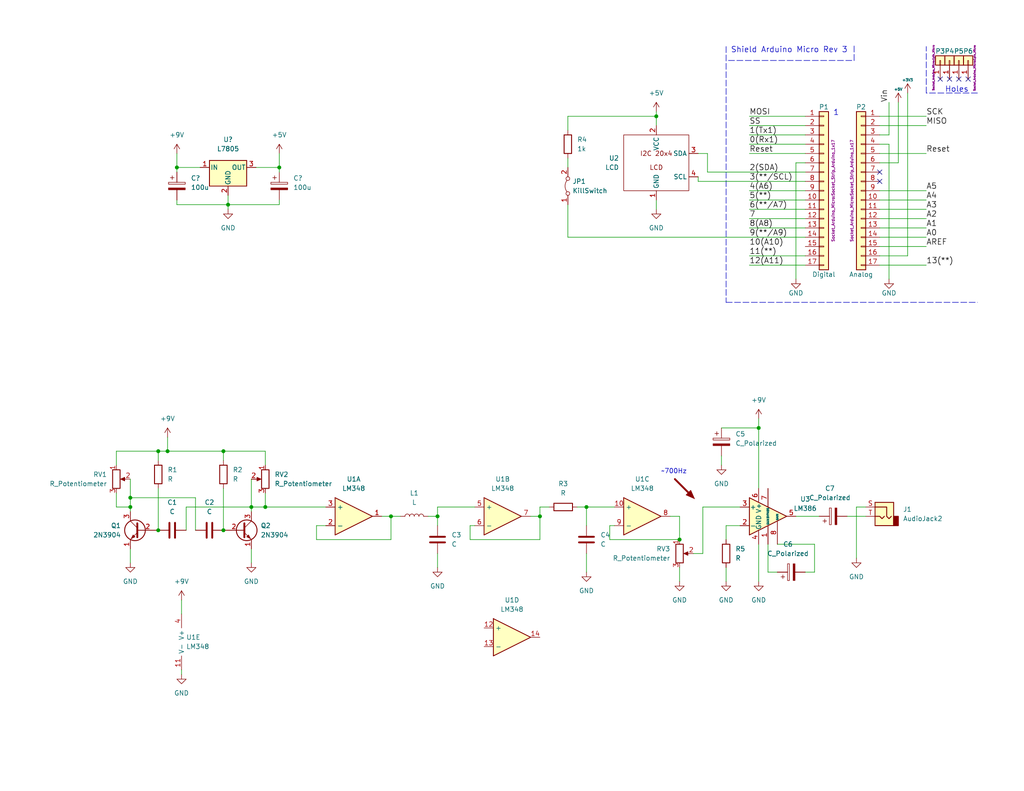
<source format=kicad_sch>
(kicad_sch (version 20211123) (generator eeschema)
  (paper "USLetter")
  (title_block (date "2023-01-12"))
  (lib_symbols
    (symbol "Amplifier_Audio:LM386" (pin_names (offset 0.127))
      (property "Reference" "U" (at 1.27 7.62 0))
      (property "Value" "LM386" (at 1.27 5.08 0))
      (symbol "LM386_0_1"
        (polyline (pts (xy 5.08 0) (xy -5.08 5.08) (xy -5.08 -5.08) (xy 5.08 0)) (stroke (width 0.254)) (fill (type background)))
      )
      (symbol "LM386_1_1"
        (pin input line (at 0 -7.62 90) (length 5.08) (name "GAIN") (number "1"))
        (pin input line (at -7.62 -2.54 0) (length 2.54) (name "-") (number "2"))
        (pin input line (at -7.62 2.54 0) (length 2.54) (name "+") (number "3"))
        (pin power_in line (at -2.54 -7.62 90) (length 3.81) (name "GND") (number "4"))
        (pin output line (at 7.62 0 180) (length 2.54) (name "~") (number "5"))
        (pin power_in line (at -2.54 7.62 270) (length 3.81) (name "V+") (number "6"))
        (pin input line (at 0 7.62 270) (length 5.08) (name "BYPASS") (number "7"))
        (pin input line (at 2.54 -7.62 90) (length 6.35) (name "GAIN") (number "8"))
      )
    )
    (symbol "Connector:AudioJack2"
      (property "Reference" "J" (at 0 8.89 0))
      (property "Value" "AudioJack2" (at 0 6.35 0))
      (symbol "AudioJack2_0_1"
        (rectangle (start -3.81 0) (end -2.54 -2.54) (stroke (width 0.254)) (fill (type outline)))
        (rectangle (start -2.54 3.81) (end 2.54 -2.54) (stroke (width 0.254)) (fill (type background)))
        (polyline (pts (xy 0 0) (xy 0.635 -0.635) (xy 1.27 0) (xy 2.54 0)) (stroke (width 0.254)))
        (polyline (pts (xy 2.54 2.54) (xy -0.635 2.54) (xy -0.635 0) (xy -1.27 -0.635) (xy -1.905 0)) (stroke (width 0.254)))
      )
      (symbol "AudioJack2_1_1"
        (pin passive line (at 5.08 2.54 180) (length 2.54) (name "~") (number "S"))
        (pin passive line (at 5.08 0 180) (length 2.54) (name "~") (number "T"))
      )
    )
    (symbol "Connector_Generic:Conn_01x01" (pin_names (offset 1.016) hide)
      (property "Reference" "J" (at 0 2.54 0))
      (property "Value" "Conn_01x01" (at 0 -2.54 0))
      (symbol "Conn_01x01_1_1"
        (rectangle (start -1.27 0.127) (end 0 -0.127) (stroke (width 0.1524)))
        (rectangle (start -1.27 1.27) (end 1.27 -1.27) (stroke (width 0.254)) (fill (type background)))
        (pin passive line (at -5.08 0 0) (length 3.81) (name "Pin_1") (number "1"))
      )
    )
    (symbol "Connector_Generic:Conn_01x17" (pin_names (offset 1.016) hide)
      (property "Reference" "J" (at 0 22.86 0))
      (property "Value" "Conn_01x17" (at 0 -22.86 0))
      (symbol "Conn_01x17_1_1"
        (rectangle (start -1.27 -20.193) (end 0 -20.447) (stroke (width 0.1524)))
        (rectangle (start -1.27 -17.653) (end 0 -17.907) (stroke (width 0.1524)))
        (rectangle (start -1.27 -15.113) (end 0 -15.367) (stroke (width 0.1524)))
        (rectangle (start -1.27 -12.573) (end 0 -12.827) (stroke (width 0.1524)))
        (rectangle (start -1.27 -10.033) (end 0 -10.287) (stroke (width 0.1524)))
        (rectangle (start -1.27 -7.493) (end 0 -7.747) (stroke (width 0.1524)))
        (rectangle (start -1.27 -4.953) (end 0 -5.207) (stroke (width 0.1524)))
        (rectangle (start -1.27 -2.413) (end 0 -2.667) (stroke (width 0.1524)))
        (rectangle (start -1.27 0.127) (end 0 -0.127) (stroke (width 0.1524)))
        (rectangle (start -1.27 2.667) (end 0 2.413) (stroke (width 0.1524)))
        (rectangle (start -1.27 5.207) (end 0 4.953) (stroke (width 0.1524)))
        (rectangle (start -1.27 7.747) (end 0 7.493) (stroke (width 0.1524)))
        (rectangle (start -1.27 10.287) (end 0 10.033) (stroke (width 0.1524)))
        (rectangle (start -1.27 12.827) (end 0 12.573) (stroke (width 0.1524)))
        (rectangle (start -1.27 15.367) (end 0 15.113) (stroke (width 0.1524)))
        (rectangle (start -1.27 17.907) (end 0 17.653) (stroke (width 0.1524)))
        (rectangle (start -1.27 20.447) (end 0 20.193) (stroke (width 0.1524)))
        (rectangle (start -1.27 21.59) (end 1.27 -21.59) (stroke (width 0.254)) (fill (type background)))
        (pin passive line (at -5.08 20.32 0) (length 3.81) (name "Pin_1") (number "1"))
        (pin passive line (at -5.08 -2.54 0) (length 3.81) (name "Pin_10") (number "10"))
        (pin passive line (at -5.08 -5.08 0) (length 3.81) (name "Pin_11") (number "11"))
        (pin passive line (at -5.08 -7.62 0) (length 3.81) (name "Pin_12") (number "12"))
        (pin passive line (at -5.08 -10.16 0) (length 3.81) (name "Pin_13") (number "13"))
        (pin passive line (at -5.08 -12.7 0) (length 3.81) (name "Pin_14") (number "14"))
        (pin passive line (at -5.08 -15.24 0) (length 3.81) (name "Pin_15") (number "15"))
        (pin passive line (at -5.08 -17.78 0) (length 3.81) (name "Pin_16") (number "16"))
        (pin passive line (at -5.08 -20.32 0) (length 3.81) (name "Pin_17") (number "17"))
        (pin passive line (at -5.08 17.78 0) (length 3.81) (name "Pin_2") (number "2"))
        (pin passive line (at -5.08 15.24 0) (length 3.81) (name "Pin_3") (number "3"))
        (pin passive line (at -5.08 12.7 0) (length 3.81) (name "Pin_4") (number "4"))
        (pin passive line (at -5.08 10.16 0) (length 3.81) (name "Pin_5") (number "5"))
        (pin passive line (at -5.08 7.62 0) (length 3.81) (name "Pin_6") (number "6"))
        (pin passive line (at -5.08 5.08 0) (length 3.81) (name "Pin_7") (number "7"))
        (pin passive line (at -5.08 2.54 0) (length 3.81) (name "Pin_8") (number "8"))
        (pin passive line (at -5.08 0 0) (length 3.81) (name "Pin_9") (number "9"))
      )
    )
    (symbol "Device:C" (pin_numbers hide) (pin_names (offset 0.254))
      (property "Reference" "C" (at 0.635 2.54 0))
      (property "Value" "C" (at 0.635 -2.54 0))
      (symbol "C_0_1"
        (polyline (pts (xy -2.032 -0.762) (xy 2.032 -0.762)) (stroke (width 0.508)))
        (polyline (pts (xy -2.032 0.762) (xy 2.032 0.762)) (stroke (width 0.508)))
      )
      (symbol "C_1_1"
        (pin passive line (at 0 3.81 270) (length 2.794) (name "~") (number "1"))
        (pin passive line (at 0 -3.81 90) (length 2.794) (name "~") (number "2"))
      )
    )
    (symbol "Device:C_Polarized" (pin_numbers hide) (pin_names (offset 0.254))
      (property "Reference" "C" (at 0.635 2.54 0))
      (property "Value" "C_Polarized" (at 0.635 -2.54 0))
      (symbol "C_Polarized_0_1"
        (rectangle (start -2.286 0.508) (end 2.286 1.016))
        (polyline (pts (xy -1.778 2.286) (xy -0.762 2.286)))
        (polyline (pts (xy -1.27 2.794) (xy -1.27 1.778)))
        (rectangle (start 2.286 -0.508) (end -2.286 -1.016) (fill (type outline)))
      )
      (symbol "C_Polarized_1_1"
        (pin passive line (at 0 3.81 270) (length 2.794) (name "~") (number "1"))
        (pin passive line (at 0 -3.81 90) (length 2.794) (name "~") (number "2"))
      )
    )
    (symbol "Device:L" (pin_numbers hide) (pin_names (offset 1.016) hide)
      (property "Reference" "L" (at -1.27 0 90))
      (property "Value" "L" (at 1.905 0 90))
      (symbol "L_0_1"
        (arc (start 0 -2.54) (mid 0.635 -1.905) (end 0 -1.27))
        (arc (start 0 -1.27) (mid 0.635 -0.635) (end 0 0))
        (arc (start 0 0) (mid 0.635 0.635) (end 0 1.27))
        (arc (start 0 1.27) (mid 0.635 1.905) (end 0 2.54))
      )
      (symbol "L_1_1"
        (pin passive line (at 0 3.81 270) (length 1.27) (name "1") (number "1"))
        (pin passive line (at 0 -3.81 90) (length 1.27) (name "2") (number "2"))
      )
    )
    (symbol "Device:Opamp_Quad"
      (property "Reference" "U" (at 0 5.08 0))
      (property "Value" "Opamp_Quad" (at 0 -5.08 0))
      (symbol "Opamp_Quad_1_1"
        (polyline (pts (xy -5.08 5.08) (xy 5.08 0) (xy -5.08 -5.08) (xy -5.08 5.08)) (stroke (width 0.254)) (fill (type background)))
        (pin output line (at 7.62 0 180) (length 2.54) (name "~") (number "1"))
        (pin input line (at -7.62 -2.54 0) (length 2.54) (name "-") (number "2"))
        (pin input line (at -7.62 2.54 0) (length 2.54) (name "+") (number "3"))
      )
      (symbol "Opamp_Quad_2_1"
        (polyline (pts (xy -5.08 5.08) (xy 5.08 0) (xy -5.08 -5.08) (xy -5.08 5.08)) (stroke (width 0.254)) (fill (type background)))
        (pin input line (at -7.62 2.54 0) (length 2.54) (name "+") (number "5"))
        (pin input line (at -7.62 -2.54 0) (length 2.54) (name "-") (number "6"))
        (pin output line (at 7.62 0 180) (length 2.54) (name "~") (number "7"))
      )
      (symbol "Opamp_Quad_3_1"
        (polyline (pts (xy -5.08 5.08) (xy 5.08 0) (xy -5.08 -5.08) (xy -5.08 5.08)) (stroke (width 0.254)) (fill (type background)))
        (pin input line (at -7.62 2.54 0) (length 2.54) (name "+") (number "10"))
        (pin output line (at 7.62 0 180) (length 2.54) (name "~") (number "8"))
        (pin input line (at -7.62 -2.54 0) (length 2.54) (name "-") (number "9"))
      )
      (symbol "Opamp_Quad_4_1"
        (polyline (pts (xy -5.08 5.08) (xy 5.08 0) (xy -5.08 -5.08) (xy -5.08 5.08)) (stroke (width 0.254)) (fill (type background)))
        (pin input line (at -7.62 2.54 0) (length 2.54) (name "+") (number "12"))
        (pin input line (at -7.62 -2.54 0) (length 2.54) (name "-") (number "13"))
        (pin output line (at 7.62 0 180) (length 2.54) (name "~") (number "14"))
      )
      (symbol "Opamp_Quad_5_1"
        (pin power_in line (at -2.54 -7.62 90) (length 3.81) (name "V-") (number "11"))
        (pin power_in line (at -2.54 7.62 270) (length 3.81) (name "V+") (number "4"))
      )
    )
    (symbol "Device:R" (pin_numbers hide) (pin_names (offset 0))
      (property "Reference" "R" (at 2.032 0 90))
      (property "Value" "R" (at 0 0 90))
      (symbol "R_0_1"
        (rectangle (start -1.016 -2.54) (end 1.016 2.54) (stroke (width 0.254)))
      )
      (symbol "R_1_1"
        (pin passive line (at 0 3.81 270) (length 1.27) (name "~") (number "1"))
        (pin passive line (at 0 -3.81 90) (length 1.27) (name "~") (number "2"))
      )
    )
    (symbol "Device:R_Potentiometer" (pin_names (offset 1.016) hide)
      (property "Reference" "RV" (at -4.445 0 90))
      (property "Value" "R_Potentiometer" (at -2.54 0 90))
      (symbol "R_Potentiometer_0_1"
        (polyline (pts (xy 2.54 0) (xy 1.524 0)))
        (polyline (pts (xy 1.143 0) (xy 2.286 0.508) (xy 2.286 -0.508) (xy 1.143 0)) (fill (type outline)))
        (rectangle (start 1.016 2.54) (end -1.016 -2.54) (stroke (width 0.254)))
      )
      (symbol "R_Potentiometer_1_1"
        (pin passive line (at 0 3.81 270) (length 1.27) (name "1") (number "1"))
        (pin passive line (at 3.81 0 180) (length 1.27) (name "2") (number "2"))
        (pin passive line (at 0 -3.81 90) (length 1.27) (name "3") (number "3"))
      )
    )
    (symbol "Graphic:SYM_Arrow45_Large" (pin_names (offset 1.016))
      (symbol "SYM_Arrow45_Large_0_1"
        (polyline (pts (xy -2.54 2.54) (xy 2.286 -2.286)) (stroke (width 0.508)))
        (polyline (pts (xy 2.794 -2.794) (xy 0.508 -1.778) (xy 1.778 -0.508) (xy 2.794 -2.794)) (fill (type outline)))
      )
    )
    (symbol "Jumper:Jumper_2_Bridged" (pin_names (offset 0) hide)
      (property "Reference" "JP" (at 0 1.905 0))
      (property "Value" "Jumper_2_Bridged" (at 0 -2.54 0))
      (symbol "Jumper_2_Bridged_0_0"
        (circle (center -2.032 0) (radius 0.508))
        (circle (center 2.032 0) (radius 0.508))
      )
      (symbol "Jumper_2_Bridged_0_1"
        (arc (start 1.524 0.254) (mid 0 0.762) (end -1.524 0.254))
      )
      (symbol "Jumper_2_Bridged_1_1"
        (pin passive line (at -5.08 0 0) (length 2.54) (name "A") (number "1"))
        (pin passive line (at 5.08 0 180) (length 2.54) (name "B") (number "2"))
      )
    )
    (symbol "Regulator_Linear:L7805" (pin_names (offset 0.254))
      (property "Reference" "U" (at -3.81 3.175 0))
      (property "Value" "L7805" (at 0 3.175 0))
      (symbol "L7805_0_1"
        (rectangle (start -5.08 1.905) (end 5.08 -5.08) (stroke (width 0.254)) (fill (type background)))
      )
      (symbol "L7805_1_1"
        (pin power_in line (at -7.62 0 0) (length 2.54) (name "IN") (number "1"))
        (pin power_in line (at 0 -7.62 90) (length 2.54) (name "GND") (number "2"))
        (pin power_out line (at 7.62 0 180) (length 2.54) (name "OUT") (number "3"))
      )
    )
    (symbol "Transistor_BJT:2N3904" (pin_names (offset 0) hide)
      (property "Reference" "Q" (at 5.08 1.905 0))
      (property "Value" "2N3904" (at 5.08 0 0))
      (symbol "2N3904_0_1"
        (polyline (pts (xy 0.635 0.635) (xy 2.54 2.54)))
        (polyline (pts (xy 0.635 -0.635) (xy 2.54 -2.54) (xy 2.54 -2.54)))
        (polyline (pts (xy 0.635 1.905) (xy 0.635 -1.905) (xy 0.635 -1.905)) (stroke (width 0.508)))
        (polyline (pts (xy 1.27 -1.778) (xy 1.778 -1.27) (xy 2.286 -2.286) (xy 1.27 -1.778) (xy 1.27 -1.778)) (fill (type outline)))
        (circle (center 1.27 0) (radius 2.8194) (stroke (width 0.254)))
      )
      (symbol "2N3904_1_1"
        (pin passive line (at 2.54 -5.08 90) (length 2.54) (name "E") (number "1"))
        (pin passive line (at -5.08 0 0) (length 5.715) (name "B") (number "2"))
        (pin passive line (at 2.54 5.08 270) (length 2.54) (name "C") (number "3"))
      )
    )
    (symbol "morse:LCD"
      (property "Reference" "U" (at 0 0 0))
      (property "Value" "LCD" (at 0 6.35 0))
      (symbol "LCD_0_0"
        (rectangle (start -8.89 8.89) (end 8.89 -6.35))
        (text "I2C 20x4" (at 0 3.81 0) (effects (font (size 1.27 1.27))))
        (text "LCD" (at 0 0 0) (effects (font (size 1.27 1.27))))
      )
      (symbol "LCD_1_1"
        (pin bidirectional line (at 0 -8.89 90) (length 2.54) (name "GND") (number "1"))
        (pin bidirectional line (at 0 11.43 270) (length 2.54) (name "VCC") (number "2"))
        (pin bidirectional line (at 11.43 3.81 180) (length 2.54) (name "SDA") (number "3"))
        (pin bidirectional line (at 11.43 -2.54 180) (length 2.54) (name "SCL") (number "4"))
      )
    )
    (symbol "power:+3V3" (power) (pin_names (offset 0))
      (property "Value" "+3V3" (at 0 3.556 0))
      (symbol "+3V3_0_1"
        (polyline (pts (xy -0.762 1.27) (xy 0 2.54)))
        (polyline (pts (xy 0 0) (xy 0 2.54)))
        (polyline (pts (xy 0 2.54) (xy 0.762 1.27)))
      )
      (symbol "+3V3_1_1"
        (pin power_in line (at 0 0 90) (length 0) hide (name "+3V3") (number "1"))
      )
    )
    (symbol "power:+5V" (power) (pin_names (offset 0))
      (property "Value" "+5V" (at 0 3.556 0))
      (symbol "+5V_0_1"
        (polyline (pts (xy -0.762 1.27) (xy 0 2.54)))
        (polyline (pts (xy 0 0) (xy 0 2.54)))
        (polyline (pts (xy 0 2.54) (xy 0.762 1.27)))
      )
      (symbol "+5V_1_1"
        (pin power_in line (at 0 0 90) (length 0) hide (name "+5V") (number "1"))
      )
    )
    (symbol "power:+9V" (power) (pin_names (offset 0))
      (property "Value" "+9V" (at 0 3.556 0))
      (symbol "+9V_0_1"
        (polyline (pts (xy -0.762 1.27) (xy 0 2.54)))
        (polyline (pts (xy 0 0) (xy 0 2.54)))
        (polyline (pts (xy 0 2.54) (xy 0.762 1.27)))
      )
      (symbol "+9V_1_1"
        (pin power_in line (at 0 0 90) (length 0) hide (name "+9V") (number "1"))
      )
    )
    (symbol "power:GND" (power) (pin_names (offset 0))
      (property "Value" "GND" (at 0 -3.81 0))
      (symbol "GND_0_1"
        (polyline (pts (xy 0 0) (xy 0 -1.27) (xy 1.27 -1.27) (xy 0 -2.54) (xy -1.27 -1.27) (xy 0 -1.27)))
      )
      (symbol "GND_1_1"
        (pin power_in line (at 0 0 270) (length 0) hide (name "GND") (number "1"))
      )
    )
  )
  (junction (at 45.72 123.19))
  (junction (at 185.42 147.32))
  (junction (at 48.26 45.72))
  (junction (at 43.18 123.19))
  (junction (at 160.02 138.43))
  (junction (at 119.38 140.97))
  (junction (at 62.23 55.88))
  (junction (at 35.56 135.89))
  (junction (at 68.58 138.43))
  (junction (at 147.32 140.97))
  (junction (at 72.39 138.43))
  (junction (at 43.18 144.78))
  (junction (at 35.56 138.43))
  (junction (at 76.2 45.72))
  (junction (at 60.96 123.19))
  (junction (at 179.07 31.75))
  (junction (at 207.01 116.84))
  (junction (at 60.96 144.78))
  (junction (at 106.68 140.97))
  (no_connect (at 240.03 46.99))
  (no_connect (at 259.08 21.59))
  (no_connect (at 261.62 21.59))
  (no_connect (at 256.54 21.59))
  (no_connect (at 240.03 49.53))
  (no_connect (at 264.16 21.59))
  (wire (pts (xy 48.26 45.72) (xy 54.61 45.72)))
  (wire (pts (xy 247.65 25.4) (xy 247.65 69.85)))
  (wire (pts (xy 252.73 64.77) (xy 240.03 64.77)))
  (wire (pts (xy 204.47 54.61) (xy 219.71 54.61)))
  (wire (pts (xy 231.14 140.97) (xy 236.22 140.97)))
  (wire (pts (xy 240.03 54.61) (xy 252.73 54.61)))
  (wire (pts (xy 252.73 72.39) (xy 240.03 72.39)))
  (wire (pts (xy 48.26 45.72) (xy 48.26 46.99)))
  (wire (pts (xy 207.01 116.84) (xy 207.01 133.35)))
  (wire (pts (xy 222.25 156.21) (xy 222.25 148.59)))
  (wire (pts (xy 167.64 143.51) (xy 166.37 143.51)))
  (wire (pts (xy 185.42 147.32) (xy 185.42 140.97)))
  (wire (pts (xy 242.57 36.83) (xy 242.57 27.94)))
  (wire (pts (xy 119.38 140.97) (xy 119.38 138.43)))
  (wire (pts (xy 189.23 151.13) (xy 191.77 151.13)))
  (wire (pts (xy 86.36 143.51) (xy 86.36 147.32)))
  (wire (pts (xy 242.57 39.37) (xy 242.57 76.2)))
  (wire (pts (xy 147.32 147.32) (xy 147.32 140.97)))
  (wire (pts (xy 35.56 139.7) (xy 35.56 138.43)))
  (wire (pts (xy 147.32 138.43) (xy 149.86 138.43)))
  (wire (pts (xy 31.75 123.19) (xy 43.18 123.19)))
  (wire (pts (xy 240.03 44.45) (xy 245.11 44.45)))
  (wire (pts (xy 72.39 123.19) (xy 72.39 127)))
  (wire (pts (xy 60.96 133.35) (xy 60.96 144.78)))
  (wire (pts (xy 198.12 143.51) (xy 201.93 143.51)))
  (wire (pts (xy 68.58 138.43) (xy 68.58 130.81)))
  (wire (pts (xy 106.68 147.32) (xy 106.68 140.97)))
  (polyline (pts (xy 252.73 25.4) (xy 252.73 12.7)) (stroke (width 0) (type dash)))
  (wire (pts (xy 43.18 123.19) (xy 45.72 123.19)))
  (wire (pts (xy 204.47 36.83) (xy 219.71 36.83)))
  (wire (pts (xy 252.73 31.75) (xy 240.03 31.75)))
  (wire (pts (xy 245.11 44.45) (xy 245.11 27.94)))
  (wire (pts (xy 154.94 31.75) (xy 179.07 31.75)))
  (wire (pts (xy 166.37 147.32) (xy 185.42 147.32)))
  (wire (pts (xy 49.53 182.88) (xy 49.53 184.15)))
  (wire (pts (xy 219.71 49.53) (xy 190.5 49.53)))
  (wire (pts (xy 179.07 31.75) (xy 179.07 34.29)))
  (wire (pts (xy 240.03 36.83) (xy 242.57 36.83)))
  (wire (pts (xy 35.56 149.86) (xy 35.56 153.67)))
  (wire (pts (xy 179.07 54.61) (xy 179.07 57.15)))
  (wire (pts (xy 76.2 41.91) (xy 76.2 45.72)))
  (wire (pts (xy 233.68 138.43) (xy 233.68 152.4)))
  (wire (pts (xy 154.94 64.77) (xy 154.94 55.88)))
  (wire (pts (xy 50.8 144.78) (xy 50.8 138.43)))
  (wire (pts (xy 193.04 41.91) (xy 193.04 46.99)))
  (wire (pts (xy 62.23 55.88) (xy 62.23 57.15)))
  (wire (pts (xy 209.55 148.59) (xy 209.55 156.21)))
  (wire (pts (xy 76.2 45.72) (xy 76.2 46.99)))
  (wire (pts (xy 86.36 147.32) (xy 106.68 147.32)))
  (wire (pts (xy 196.85 116.84) (xy 207.01 116.84)))
  (wire (pts (xy 240.03 62.23) (xy 252.73 62.23)))
  (wire (pts (xy 179.07 30.48) (xy 179.07 31.75)))
  (wire (pts (xy 191.77 138.43) (xy 201.93 138.43)))
  (wire (pts (xy 166.37 143.51) (xy 166.37 147.32)))
  (wire (pts (xy 219.71 44.45) (xy 217.17 44.45)))
  (wire (pts (xy 247.65 69.85) (xy 240.03 69.85)))
  (wire (pts (xy 207.01 114.3) (xy 207.01 116.84)))
  (wire (pts (xy 69.85 45.72) (xy 76.2 45.72)))
  (wire (pts (xy 72.39 138.43) (xy 72.39 134.62)))
  (polyline (pts (xy 233.045 16.51) (xy 233.045 12.065)) (stroke (width 0) (type dash)))
  (wire (pts (xy 252.73 41.91) (xy 240.03 41.91)))
  (wire (pts (xy 43.18 123.19) (xy 43.18 125.73)))
  (wire (pts (xy 43.18 133.35) (xy 43.18 144.78)))
  (wire (pts (xy 119.38 151.13) (xy 119.38 154.94)))
  (wire (pts (xy 193.04 46.99) (xy 219.71 46.99)))
  (wire (pts (xy 154.94 35.56) (xy 154.94 31.75)))
  (wire (pts (xy 76.2 55.88) (xy 76.2 54.61)))
  (wire (pts (xy 68.58 149.86) (xy 68.58 153.67)))
  (wire (pts (xy 204.47 59.69) (xy 219.71 59.69)))
  (wire (pts (xy 240.03 39.37) (xy 242.57 39.37)))
  (wire (pts (xy 160.02 151.13) (xy 160.02 156.21)))
  (wire (pts (xy 62.23 55.88) (xy 76.2 55.88)))
  (wire (pts (xy 119.38 140.97) (xy 119.38 143.51)))
  (wire (pts (xy 252.73 57.15) (xy 240.03 57.15)))
  (wire (pts (xy 190.5 49.53) (xy 190.5 48.26)))
  (wire (pts (xy 204.47 52.07) (xy 219.71 52.07)))
  (wire (pts (xy 204.47 72.39) (xy 219.71 72.39)))
  (wire (pts (xy 31.75 134.62) (xy 31.75 138.43)))
  (wire (pts (xy 217.17 44.45) (xy 217.17 76.2)))
  (wire (pts (xy 198.12 154.94) (xy 198.12 158.75)))
  (wire (pts (xy 60.96 123.19) (xy 60.96 125.73)))
  (wire (pts (xy 88.9 143.51) (xy 86.36 143.51)))
  (polyline (pts (xy 198.12 82.55) (xy 266.7 82.55)) (stroke (width 0) (type dash)))
  (wire (pts (xy 106.68 140.97) (xy 109.22 140.97)))
  (wire (pts (xy 129.54 143.51) (xy 128.27 143.51)))
  (wire (pts (xy 240.03 67.31) (xy 252.73 67.31)))
  (wire (pts (xy 48.26 54.61) (xy 48.26 55.88)))
  (wire (pts (xy 204.47 62.23) (xy 219.71 62.23)))
  (wire (pts (xy 49.53 163.83) (xy 49.53 167.64)))
  (wire (pts (xy 45.72 119.38) (xy 45.72 123.19)))
  (polyline (pts (xy 198.755 16.51) (xy 233.045 16.51)) (stroke (width 0) (type dash)))
  (wire (pts (xy 157.48 138.43) (xy 160.02 138.43)))
  (wire (pts (xy 128.27 143.51) (xy 128.27 147.32)))
  (wire (pts (xy 147.32 140.97) (xy 144.78 140.97)))
  (wire (pts (xy 160.02 138.43) (xy 167.64 138.43)))
  (wire (pts (xy 191.77 151.13) (xy 191.77 138.43)))
  (wire (pts (xy 204.47 69.85) (xy 219.71 69.85)))
  (wire (pts (xy 35.56 138.43) (xy 35.56 135.89)))
  (wire (pts (xy 35.56 130.81) (xy 35.56 135.89)))
  (wire (pts (xy 190.5 41.91) (xy 193.04 41.91)))
  (wire (pts (xy 35.56 135.89) (xy 53.34 135.89)))
  (wire (pts (xy 240.03 34.29) (xy 252.73 34.29)))
  (wire (pts (xy 185.42 154.94) (xy 185.42 158.75)))
  (wire (pts (xy 68.58 139.7) (xy 68.58 138.43)))
  (wire (pts (xy 68.58 138.43) (xy 72.39 138.43)))
  (wire (pts (xy 106.68 140.97) (xy 104.14 140.97)))
  (wire (pts (xy 207.01 148.59) (xy 207.01 158.75)))
  (wire (pts (xy 154.94 43.18) (xy 154.94 45.72)))
  (wire (pts (xy 196.85 124.46) (xy 196.85 127)))
  (wire (pts (xy 31.75 127) (xy 31.75 123.19)))
  (wire (pts (xy 204.47 31.75) (xy 219.71 31.75)))
  (wire (pts (xy 154.94 64.77) (xy 219.71 64.77)))
  (wire (pts (xy 116.84 140.97) (xy 119.38 140.97)))
  (polyline (pts (xy 266.7 25.4) (xy 252.73 25.4)) (stroke (width 0) (type dash)))
  (wire (pts (xy 198.12 147.32) (xy 198.12 143.51)))
  (wire (pts (xy 31.75 138.43) (xy 35.56 138.43)))
  (wire (pts (xy 204.47 34.29) (xy 219.71 34.29)))
  (wire (pts (xy 185.42 140.97) (xy 182.88 140.97)))
  (wire (pts (xy 204.47 41.91) (xy 219.71 41.91)))
  (wire (pts (xy 209.55 156.21) (xy 212.09 156.21)))
  (wire (pts (xy 62.23 53.34) (xy 62.23 55.88)))
  (wire (pts (xy 204.47 57.15) (xy 219.71 57.15)))
  (wire (pts (xy 222.25 148.59) (xy 212.09 148.59)))
  (wire (pts (xy 48.26 55.88) (xy 62.23 55.88)))
  (wire (pts (xy 50.8 138.43) (xy 68.58 138.43)))
  (wire (pts (xy 60.96 123.19) (xy 72.39 123.19)))
  (wire (pts (xy 219.71 156.21) (xy 222.25 156.21)))
  (wire (pts (xy 217.17 140.97) (xy 223.52 140.97)))
  (wire (pts (xy 147.32 140.97) (xy 147.32 138.43)))
  (wire (pts (xy 252.73 59.69) (xy 240.03 59.69)))
  (wire (pts (xy 160.02 138.43) (xy 160.02 143.51)))
  (wire (pts (xy 204.47 39.37) (xy 219.71 39.37)))
  (wire (pts (xy 236.22 138.43) (xy 233.68 138.43)))
  (polyline (pts (xy 198.12 12.7) (xy 198.12 82.55)) (stroke (width 0) (type dash)))
  (wire (pts (xy 48.26 41.91) (xy 48.26 45.72)))
  (wire (pts (xy 252.73 52.07) (xy 240.03 52.07)))
  (wire (pts (xy 45.72 123.19) (xy 60.96 123.19)))
  (wire (pts (xy 119.38 138.43) (xy 129.54 138.43)))
  (wire (pts (xy 128.27 147.32) (xy 147.32 147.32)))
  (wire (pts (xy 53.34 135.89) (xy 53.34 144.78)))
  (wire (pts (xy 72.39 138.43) (xy 88.9 138.43)))
  (text "1" (at 227.33 31.75 0) (effects (font (size 1.524 1.524)) (justify left bottom)))
  (text "Holes" (at 257.81 25.4 0) (effects (font (size 1.524 1.524)) (justify left bottom)))
  (text "Shield Arduino Micro Rev 3" (at 199.39 14.605 0) (effects (font (size 1.524 1.524)) (justify left bottom)))
  (text "~700Hz" (at 180.34 129.54 0) (effects (font (size 1.27 1.27)) (justify left bottom)))
  (label "4(A6)" (at 204.47 52.07 0) (effects (font (size 1.524 1.524))))
  (label "MISO" (at 252.73 34.29 0) (effects (font (size 1.524 1.524))))
  (label "MOSI" (at 204.47 31.75 0) (effects (font (size 1.524 1.524))))
  (label "10(A10)" (at 204.47 67.31 0) (effects (font (size 1.524 1.524))))
  (label "12(A11)" (at 204.47 72.39 0) (effects (font (size 1.524 1.524))))
  (label "Vin" (at 242.57 27.94 90) (effects (font (size 1.524 1.524))))
  (label "7" (at 204.47 59.69 0) (effects (font (size 1.524 1.524))))
  (label "0(Rx1)" (at 204.47 39.37 0) (effects (font (size 1.524 1.524))))
  (label "AREF" (at 252.73 67.31 0) (effects (font (size 1.524 1.524))))
  (label "SCK" (at 252.73 31.75 0) (effects (font (size 1.524 1.524))))
  (label "1(Tx1)" (at 204.47 36.83 0) (effects (font (size 1.524 1.524))))
  (label "A1" (at 252.73 62.23 0) (effects (font (size 1.524 1.524))))
  (label "13(**)" (at 252.73 72.39 0) (effects (font (size 1.524 1.524))))
  (label "A2" (at 252.73 59.69 0) (effects (font (size 1.524 1.524))))
  (label "Reset" (at 204.47 41.91 0) (effects (font (size 1.524 1.524))))
  (label "9(**/A9)" (at 204.47 64.77 0) (effects (font (size 1.524 1.524))))
  (label "3(**/SCL)" (at 204.47 49.53 0) (effects (font (size 1.524 1.524))))
  (label "8(A8)" (at 204.47 62.23 0) (effects (font (size 1.524 1.524))))
  (label "A5" (at 252.73 52.07 0) (effects (font (size 1.524 1.524))))
  (label "2(SDA)" (at 204.47 46.99 0) (effects (font (size 1.524 1.524))))
  (label "11(**)" (at 204.47 69.85 0) (effects (font (size 1.524 1.524))))
  (label "A0" (at 252.73 64.77 0) (effects (font (size 1.524 1.524))))
  (label "A3" (at 252.73 57.15 0) (effects (font (size 1.524 1.524))))
  (label "A4" (at 252.73 54.61 0) (effects (font (size 1.524 1.524))))
  (label "SS" (at 204.47 34.29 0) (effects (font (size 1.524 1.524))))
  (label "5(**)" (at 204.47 54.61 0) (effects (font (size 1.524 1.524))))
  (label "6(**/A7)" (at 204.47 57.15 0) (effects (font (size 1.524 1.524))))
  (label "Reset" (at 252.73 41.91 0) (effects (font (size 1.524 1.524))))
  (symbol (lib_id "Connector_Generic:Conn_01x17") (at 224.79 52.07 0) (unit 1)
    (property "Reference" "P1" (at 224.79 29.21 0))
    (property "Value" "Digital" (at 224.79 74.93 0))
    (property "Footprint" "Socket_Arduino_Micro:Socket_Strip_Arduino_1x17" (at 227.33 52.07 90) (effects (font (size 0.762 0.762))))
  )
  (symbol (lib_id "Connector_Generic:Conn_01x17") (at 234.95 52.07 0) (mirror y) (unit 1)
    (property "Reference" "P2" (at 234.95 29.21 0))
    (property "Value" "Analog" (at 234.95 74.93 0))
    (property "Footprint" "Socket_Arduino_Micro:Socket_Strip_Arduino_1x17" (at 232.41 52.07 90) (effects (font (size 0.762 0.762))))
  )
  (symbol (lib_id "power:GND") (at 217.17 76.2 0) (unit 1)
    (property "Reference" "#PWR01" (effects hide))
    (property "Value" "GND" (at 217.17 80.01 0))
  )
  (symbol (lib_id "power:+5V") (at 245.11 27.94 0) (unit 1)
    (property "Reference" "#PWR02" (effects hide))
    (property "Value" "+5V" (at 245.11 24.384 0) (effects (font (size 0.7112 0.7112))))
  )
  (symbol (lib_id "power:GND") (at 242.57 76.2 0) (unit 1)
    (property "Reference" "#PWR03" (effects hide))
    (property "Value" "GND" (at 242.57 80.01 0))
  )
  (symbol (lib_id "power:+3V3") (at 247.65 25.4 0) (unit 1)
    (property "Reference" "#PWR04" (effects hide))
    (property "Value" "+3.3V" (at 247.65 21.844 0) (effects (font (size 0.7112 0.7112))))
  )
  (symbol (lib_id "Connector_Generic:Conn_01x01") (at 256.54 16.51 90) (unit 1)
    (property "Reference" "P3" (at 256.54 13.97 90))
    (property "Value" "CONN_01X01" (effects hide))
    (property "Footprint" "Socket_Arduino_Micro:1pin_Micro" (at 254.7112 18.4912 0) (effects (font (size 0.508 0.508))))
  )
  (symbol (lib_id "Connector_Generic:Conn_01x01") (at 259.08 16.51 90) (unit 1)
    (property "Reference" "P4" (at 259.08 13.97 90))
    (property "Value" "CONN_01X01" (effects hide))
    (property "Footprint" "Socket_Arduino_Micro:1pin_Micro" (effects hide))
  )
  (symbol (lib_id "Connector_Generic:Conn_01x01") (at 261.62 16.51 90) (unit 1)
    (property "Reference" "P5" (at 261.62 13.97 90))
    (property "Value" "CONN_01X01" (effects hide))
    (property "Footprint" "Socket_Arduino_Micro:1pin_Micro" (effects hide))
  )
  (symbol (lib_id "Connector_Generic:Conn_01x01") (at 264.16 16.51 90) (unit 1)
    (property "Reference" "P6" (at 264.16 13.97 90))
    (property "Value" "CONN_01X01" (effects hide))
    (property "Footprint" "Socket_Arduino_Micro:1pin_Micro" (at 265.9126 18.5674 0) (effects (font (size 0.508 0.508))))
  )
  (symbol (lib_id "power:+9V") (at 45.72 119.38 0) (unit 1)
    (property "Reference" "#PWR06" (effects hide))
    (property "Value" "+9V" (at 45.72 114.3 0))
  )
  (symbol (lib_id "morse:LCD") (at 179.07 45.72 0) (unit 1)
    (property "Reference" "U2" (at 168.91 43.1799 0) (effects (justify right)))
    (property "Value" "LCD" (at 168.91 45.7199 0) (effects (justify right)))
  )
  (symbol (lib_id "Jumper:Jumper_2_Bridged") (at 154.94 50.8 90) (unit 1)
    (property "Reference" "JP1" (at 156.21 49.5299 90) (effects (justify right)))
    (property "Value" "KillSwitch" (at 156.21 52.0699 90) (effects (justify right)))
  )
  (symbol (lib_id "Device:C_Polarized") (at 215.9 156.21 90) (unit 1)
    (property "Reference" "C6" (at 215.011 148.59 90))
    (property "Value" "C_Polarized" (at 215.011 151.13 90))
  )
  (symbol (lib_id "power:GND") (at 185.42 158.75 0) (unit 1)
    (property "Reference" "#PWR014" (effects hide))
    (property "Value" "GND" (at 185.42 163.83 0))
  )
  (symbol (lib_id "power:GND") (at 233.68 152.4 0) (unit 1)
    (property "Reference" "#PWR019" (effects hide))
    (property "Value" "GND" (at 233.68 157.48 0))
  )
  (symbol (lib_id "Graphic:SYM_Arrow45_Large") (at 186.69 133.35 0) (unit 1)
    (property "Reference" "#SYM1" (effects hide))
    (property "Value" "SYM_Arrow45_Large" (effects hide))
  )
  (symbol (lib_id "Transistor_BJT:2N3904") (at 38.1 144.78 0) (mirror y) (unit 1)
    (property "Reference" "Q1" (at 33.02 143.5099 0) (effects (justify left)))
    (property "Value" "2N3904" (at 33.02 146.0499 0) (effects (justify left)))
    (property "Footprint" "Package_TO_SOT_THT:TO-92_Inline" (effects hide))
    (property "Datasheet" "https://www.onsemi.com/pub/Collateral/2N3903-D.PDF" (effects hide))
  )
  (symbol (lib_id "Connector:AudioJack2") (at 241.3 140.97 0) (mirror y) (unit 1)
    (property "Reference" "J1" (at 246.38 139.0649 0) (effects (justify right)))
    (property "Value" "AudioJack2" (at 246.38 141.6049 0) (effects (justify right)))
  )
  (symbol (lib_id "Device:C_Polarized") (at 196.85 120.65 0) (unit 1)
    (property "Reference" "C5" (at 200.66 118.4909 0) (effects (justify left)))
    (property "Value" "C_Polarized" (at 200.66 121.0309 0) (effects (justify left)))
  )
  (symbol (lib_id "power:GND") (at 35.56 153.67 0) (unit 1)
    (property "Reference" "#PWR05" (effects hide))
    (property "Value" "GND" (at 35.56 158.75 0))
  )
  (symbol (lib_id "Device:C_Polarized") (at 76.2 50.8 0) (unit 1)
    (property "Reference" "C?" (at 80.01 48.6409 0) (effects (justify left)))
    (property "Value" "100u" (at 80.01 51.1809 0) (effects (justify left)))
  )
  (symbol (lib_id "Device:R") (at 153.67 138.43 90) (unit 1)
    (property "Reference" "R3" (at 153.67 132.08 90))
    (property "Value" "R" (at 153.67 134.62 90))
  )
  (symbol (lib_id "Device:Opamp_Quad") (at 137.16 140.97 0) (unit 2)
    (property "Reference" "U1" (at 137.16 130.81 0))
    (property "Value" "LM348" (at 137.16 133.35 0))
  )
  (symbol (lib_id "power:+9V") (at 48.26 41.91 0) (unit 1)
    (property "Reference" "#PWR?" (effects hide))
    (property "Value" "+9V" (at 48.26 36.83 0))
  )
  (symbol (lib_id "Regulator_Linear:L7805") (at 62.23 45.72 0) (unit 1)
    (property "Reference" "U?" (at 62.23 38.1 0))
    (property "Value" "L7805" (at 62.23 40.64 0))
    (property "Datasheet" "http://www.st.com/content/ccc/resource/technical/document/datasheet/41/4f/b3/b0/12/d4/47/88/CD00000444.pdf/files/CD00000444.pdf/jcr:content/translations/en.CD00000444.pdf" (effects hide))
  )
  (symbol (lib_id "Device:Opamp_Quad") (at 96.52 140.97 0) (unit 1)
    (property "Reference" "U1" (at 96.52 130.81 0))
    (property "Value" "LM348" (at 96.52 133.35 0))
  )
  (symbol (lib_id "Device:Opamp_Quad") (at 52.07 175.26 0) (unit 5)
    (property "Reference" "U1" (at 50.8 173.9899 0) (effects (justify left)))
    (property "Value" "LM348" (at 50.8 176.5299 0) (effects (justify left)))
  )
  (symbol (lib_id "power:GND") (at 49.53 184.15 0) (unit 1)
    (property "Reference" "#PWR08" (effects hide))
    (property "Value" "GND" (at 49.53 189.23 0))
  )
  (symbol (lib_id "Device:R_Potentiometer") (at 31.75 130.81 0) (unit 1)
    (property "Reference" "RV1" (at 29.21 129.5399 0) (effects (justify right)))
    (property "Value" "R_Potentiometer" (at 29.21 132.0799 0) (effects (justify right)))
  )
  (symbol (lib_id "Device:C_Polarized") (at 227.33 140.97 90) (unit 1)
    (property "Reference" "C7" (at 226.441 133.35 90))
    (property "Value" "C_Polarized" (at 226.441 135.89 90))
  )
  (symbol (lib_id "Device:R_Potentiometer") (at 185.42 151.13 0) (unit 1)
    (property "Reference" "RV3" (at 182.88 149.8599 0) (effects (justify right)))
    (property "Value" "R_Potentiometer" (at 182.88 152.3999 0) (effects (justify right)))
  )
  (symbol (lib_id "Device:R") (at 198.12 151.13 0) (unit 1)
    (property "Reference" "R5" (at 200.66 149.8599 0) (effects (justify left)))
    (property "Value" "R" (at 200.66 152.3999 0) (effects (justify left)))
  )
  (symbol (lib_id "power:GND") (at 160.02 156.21 0) (unit 1)
    (property "Reference" "#PWR011" (effects hide))
    (property "Value" "GND" (at 160.02 161.29 0))
  )
  (symbol (lib_id "power:GND") (at 68.58 153.67 0) (unit 1)
    (property "Reference" "#PWR09" (effects hide))
    (property "Value" "GND" (at 68.58 158.75 0))
  )
  (symbol (lib_id "power:GND") (at 62.23 57.15 0) (unit 1)
    (property "Reference" "#PWR?" (effects hide))
    (property "Value" "GND" (at 62.23 62.23 0))
  )
  (symbol (lib_id "Device:Opamp_Quad") (at 139.7 173.99 0) (unit 4)
    (property "Reference" "U1" (at 139.7 163.83 0))
    (property "Value" "LM348" (at 139.7 166.37 0))
  )
  (symbol (lib_id "Device:C_Polarized") (at 48.26 50.8 0) (unit 1)
    (property "Reference" "C?" (at 52.07 48.6409 0) (effects (justify left)))
    (property "Value" "100u" (at 52.07 51.1809 0) (effects (justify left)))
  )
  (symbol (lib_id "Device:C") (at 57.15 144.78 90) (unit 1)
    (property "Reference" "C2" (at 57.15 137.16 90))
    (property "Value" "C" (at 57.15 139.7 90))
  )
  (symbol (lib_id "power:GND") (at 196.85 127 0) (unit 1)
    (property "Reference" "#PWR015" (effects hide))
    (property "Value" "GND" (at 196.85 132.08 0))
  )
  (symbol (lib_id "Device:Opamp_Quad") (at 175.26 140.97 0) (unit 3)
    (property "Reference" "U1" (at 175.26 130.81 0))
    (property "Value" "LM348" (at 175.26 133.35 0))
  )
  (symbol (lib_id "Device:C") (at 160.02 147.32 0) (unit 1)
    (property "Reference" "C4" (at 163.83 146.0499 0) (effects (justify left)))
    (property "Value" "C" (at 163.83 148.5899 0) (effects (justify left)))
  )
  (symbol (lib_id "Device:C") (at 119.38 147.32 0) (unit 1)
    (property "Reference" "C3" (at 123.19 146.0499 0) (effects (justify left)))
    (property "Value" "C" (at 123.19 148.5899 0) (effects (justify left)))
  )
  (symbol (lib_id "power:GND") (at 198.12 158.75 0) (unit 1)
    (property "Reference" "#PWR016" (effects hide))
    (property "Value" "GND" (at 198.12 163.83 0))
  )
  (symbol (lib_id "Amplifier_Audio:LM386") (at 209.55 140.97 0) (unit 1)
    (property "Reference" "U3" (at 219.71 136.271 0))
    (property "Value" "LM386" (at 219.71 138.811 0))
    (property "Datasheet" "http://www.ti.com/lit/ds/symlink/lm386.pdf" (effects hide))
  )
  (symbol (lib_id "power:+9V") (at 207.01 114.3 0) (unit 1)
    (property "Reference" "#PWR017" (effects hide))
    (property "Value" "+9V" (at 207.01 109.22 0))
  )
  (symbol (lib_id "power:+9V") (at 49.53 163.83 0) (unit 1)
    (property "Reference" "#PWR07" (effects hide))
    (property "Value" "+9V" (at 49.53 158.75 0))
  )
  (symbol (lib_id "Device:R") (at 60.96 129.54 0) (unit 1)
    (property "Reference" "R2" (at 63.5 128.2699 0) (effects (justify left)))
    (property "Value" "R" (at 63.5 130.8099 0) (effects (justify left)))
  )
  (symbol (lib_id "Device:C") (at 46.99 144.78 90) (unit 1)
    (property "Reference" "C1" (at 46.99 137.16 90))
    (property "Value" "C" (at 46.99 139.7 90))
  )
  (symbol (lib_id "Device:R") (at 43.18 129.54 0) (unit 1)
    (property "Reference" "R1" (at 45.72 128.2699 0) (effects (justify left)))
    (property "Value" "R" (at 45.72 130.8099 0) (effects (justify left)))
  )
  (symbol (lib_id "Device:L") (at 113.03 140.97 90) (unit 1)
    (property "Reference" "L1" (at 113.03 134.62 90))
    (property "Value" "L" (at 113.03 137.16 90))
  )
  (symbol (lib_id "power:GND") (at 179.07 57.15 0) (unit 1)
    (property "Reference" "#PWR013" (effects hide))
    (property "Value" "GND" (at 179.07 62.23 0))
  )
  (symbol (lib_id "power:GND") (at 207.01 158.75 0) (unit 1)
    (property "Reference" "#PWR018" (effects hide))
    (property "Value" "GND" (at 207.01 163.83 0))
  )
  (symbol (lib_id "power:+5V") (at 76.2 41.91 0) (unit 1)
    (property "Reference" "#PWR?" (effects hide))
    (property "Value" "+5V" (at 76.2 36.83 0))
  )
  (symbol (lib_id "Device:R") (at 154.94 39.37 0) (unit 1)
    (property "Reference" "R4" (at 157.48 38.0999 0) (effects (justify left)))
    (property "Value" "1k" (at 157.48 40.6399 0) (effects (justify left)))
  )
  (symbol (lib_id "Device:R_Potentiometer") (at 72.39 130.81 0) (mirror y) (unit 1)
    (property "Reference" "RV2" (at 74.93 129.5399 0) (effects (justify right)))
    (property "Value" "R_Potentiometer" (at 74.93 132.0799 0) (effects (justify right)))
  )
  (symbol (lib_id "power:+5V") (at 179.07 30.48 0) (unit 1)
    (property "Reference" "#PWR012" (effects hide))
    (property "Value" "+5V" (at 179.07 25.4 0))
  )
  (symbol (lib_id "power:GND") (at 119.38 154.94 0) (unit 1)
    (property "Reference" "#PWR010" (effects hide))
    (property "Value" "GND" (at 119.38 160.02 0))
  )
  (symbol (lib_id "Transistor_BJT:2N3904") (at 66.04 144.78 0) (unit 1)
    (property "Reference" "Q2" (at 71.12 143.5099 0) (effects (justify left)))
    (property "Value" "2N3904" (at 71.12 146.0499 0) (effects (justify left)))
    (property "Footprint" "Package_TO_SOT_THT:TO-92_Inline" (effects hide))
    (property "Datasheet" "https://www.onsemi.com/pub/Collateral/2N3903-D.PDF" (effects hide))
  )
)
</source>
